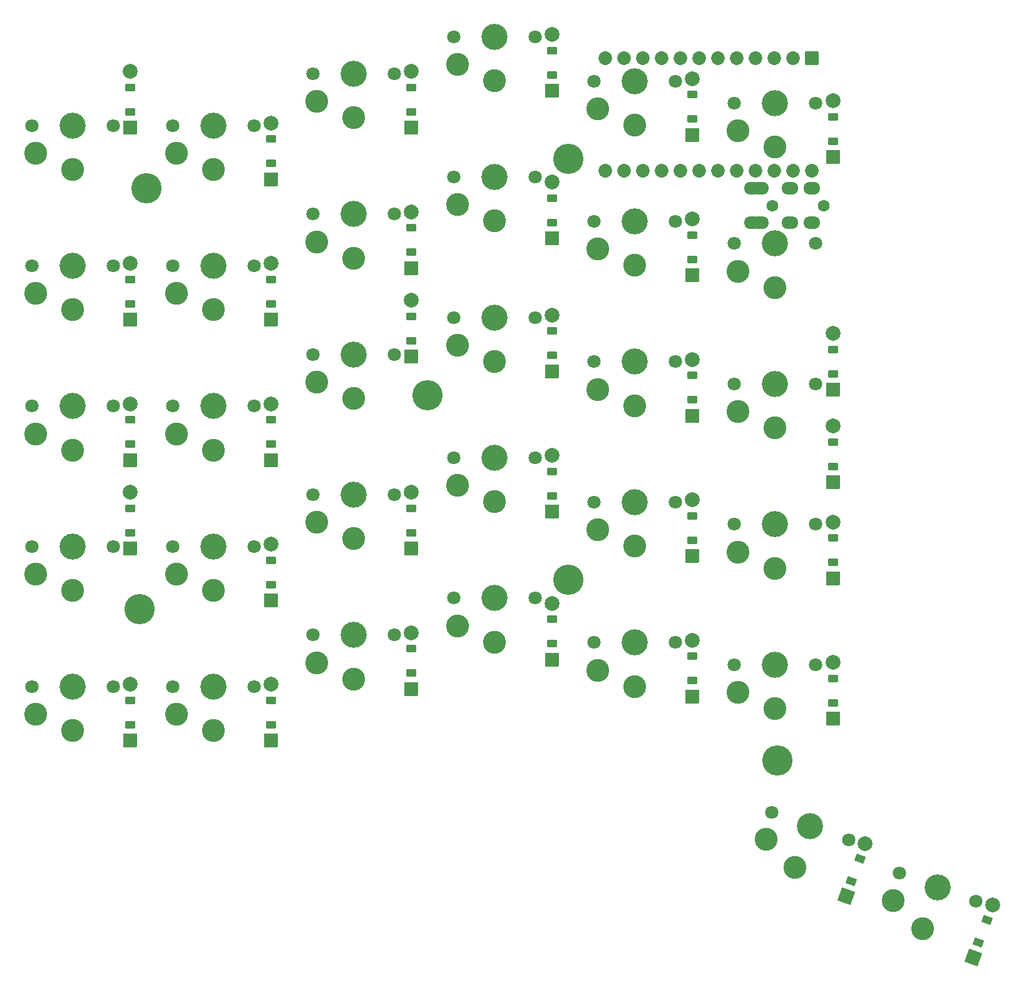
<source format=gts>
%TF.GenerationSoftware,KiCad,Pcbnew,9.0.6*%
%TF.CreationDate,2025-11-12T16:56:56+01:00*%
%TF.ProjectId,left_finished,6c656674-5f66-4696-9e69-736865642e6b,1*%
%TF.SameCoordinates,Original*%
%TF.FileFunction,Soldermask,Top*%
%TF.FilePolarity,Negative*%
%FSLAX46Y46*%
G04 Gerber Fmt 4.6, Leading zero omitted, Abs format (unit mm)*
G04 Created by KiCad (PCBNEW 9.0.6) date 2025-11-12 16:56:56*
%MOMM*%
%LPD*%
G01*
G04 APERTURE LIST*
G04 Aperture macros list*
%AMRoundRect*
0 Rectangle with rounded corners*
0 $1 Rounding radius*
0 $2 $3 $4 $5 $6 $7 $8 $9 X,Y pos of 4 corners*
0 Add a 4 corners polygon primitive as box body*
4,1,4,$2,$3,$4,$5,$6,$7,$8,$9,$2,$3,0*
0 Add four circle primitives for the rounded corners*
1,1,$1+$1,$2,$3*
1,1,$1+$1,$4,$5*
1,1,$1+$1,$6,$7*
1,1,$1+$1,$8,$9*
0 Add four rect primitives between the rounded corners*
20,1,$1+$1,$2,$3,$4,$5,0*
20,1,$1+$1,$4,$5,$6,$7,0*
20,1,$1+$1,$6,$7,$8,$9,0*
20,1,$1+$1,$8,$9,$2,$3,0*%
G04 Aperture macros list end*
%ADD10C,1.801800*%
%ADD11C,3.100000*%
%ADD12C,3.529000*%
%ADD13RoundRect,0.050000X0.889000X-0.889000X0.889000X0.889000X-0.889000X0.889000X-0.889000X-0.889000X0*%
%ADD14RoundRect,0.050000X0.600000X-0.450000X0.600000X0.450000X-0.600000X0.450000X-0.600000X-0.450000X0*%
%ADD15C,2.005000*%
%ADD16C,4.100000*%
%ADD17RoundRect,0.050000X0.531331X-1.139443X1.139443X0.531331X-0.531331X1.139443X-1.139443X-0.531331X0*%
%ADD18RoundRect,0.050000X0.409907X-0.628074X0.717725X0.217650X-0.409907X0.628074X-0.717725X-0.217650X0*%
%ADD19C,1.600000*%
%ADD20O,2.300000X1.700000*%
%ADD21RoundRect,0.050000X0.876300X0.876300X-0.876300X0.876300X-0.876300X-0.876300X0.876300X-0.876300X0*%
%ADD22C,1.852600*%
G04 APERTURE END LIST*
D10*
%TO.C,S11*%
X202112050Y-177132250D03*
D11*
X196612050Y-183082250D03*
D12*
X196612050Y-177132250D03*
D11*
X191612050Y-180882250D03*
D10*
X191112050Y-177132250D03*
%TD*%
D13*
%TO.C,D18*%
X242412050Y-147442250D03*
D14*
X242412050Y-145282250D03*
X242412050Y-141982250D03*
D15*
X242412050Y-139822250D03*
%TD*%
D10*
%TO.C,S4*%
X164112050Y-127132250D03*
D11*
X158612050Y-133082250D03*
D12*
X158612050Y-127132250D03*
D11*
X153612050Y-130882250D03*
D10*
X153112050Y-127132250D03*
%TD*%
%TO.C,S26*%
X259112050Y-181132250D03*
D11*
X253612050Y-187082250D03*
D12*
X253612050Y-181132250D03*
D11*
X248612050Y-184882250D03*
D10*
X248112050Y-181132250D03*
%TD*%
%TO.C,S6*%
X183112050Y-184132250D03*
D11*
X177612050Y-190082250D03*
D12*
X177612050Y-184132250D03*
D11*
X172612050Y-187882250D03*
D10*
X172112050Y-184132250D03*
%TD*%
%TO.C,S9*%
X183112050Y-127132250D03*
D11*
X177612050Y-133082250D03*
D12*
X177612050Y-127132250D03*
D11*
X172612050Y-130882250D03*
D10*
X172112050Y-127132250D03*
%TD*%
%TO.C,S29*%
X259112050Y-124132250D03*
D11*
X253612050Y-130082250D03*
D12*
X253612050Y-124132250D03*
D11*
X248612050Y-127882250D03*
D10*
X248112050Y-124132250D03*
%TD*%
D13*
%TO.C,D1*%
X166412050Y-191442250D03*
D14*
X166412050Y-189282250D03*
X166412050Y-185982250D03*
D15*
X166412050Y-183822250D03*
%TD*%
D10*
%TO.C,S28*%
X259112050Y-143132250D03*
D11*
X253612050Y-149082250D03*
D12*
X253612050Y-143132250D03*
D11*
X248612050Y-146882250D03*
D10*
X248112050Y-143132250D03*
%TD*%
D16*
%TO.C,*%
X225612050Y-169632250D03*
%TD*%
D13*
%TO.C,D11*%
X204412050Y-127442250D03*
D14*
X204412050Y-125282250D03*
X204412050Y-121982250D03*
D15*
X204412050Y-119822250D03*
%TD*%
D10*
%TO.C,S20*%
X221112050Y-96132250D03*
D11*
X215612050Y-102082250D03*
D12*
X215612050Y-96132250D03*
D11*
X210612050Y-99882250D03*
D10*
X210112050Y-96132250D03*
%TD*%
D16*
%TO.C,*%
X206612050Y-144632250D03*
%TD*%
D13*
%TO.C,D24*%
X261412050Y-143942250D03*
D14*
X261412050Y-141782250D03*
X261412050Y-138482250D03*
D15*
X261412050Y-136322250D03*
%TD*%
D13*
%TO.C,D16*%
X242412050Y-185442250D03*
D14*
X242412050Y-183282250D03*
X242412050Y-179982250D03*
D15*
X242412050Y-177822250D03*
%TD*%
D13*
%TO.C,D25*%
X261412050Y-156442250D03*
D14*
X261412050Y-154282250D03*
X261412050Y-150982250D03*
D15*
X261412050Y-148822250D03*
%TD*%
D13*
%TO.C,D6*%
X185412050Y-153442250D03*
D14*
X185412050Y-151282250D03*
X185412050Y-147982250D03*
D15*
X185412050Y-145822250D03*
%TD*%
D13*
%TO.C,D14*%
X223412050Y-141442250D03*
D14*
X223412050Y-139282250D03*
X223412050Y-135982250D03*
D15*
X223412050Y-133822250D03*
%TD*%
D13*
%TO.C,D13*%
X223412050Y-160442250D03*
D14*
X223412050Y-158282250D03*
X223412050Y-154982250D03*
D15*
X223412050Y-152822250D03*
%TD*%
D10*
%TO.C,S2*%
X164112050Y-165132250D03*
D11*
X158612050Y-171082250D03*
D12*
X158612050Y-165132250D03*
D11*
X153612050Y-168882250D03*
D10*
X153112050Y-165132250D03*
%TD*%
D13*
%TO.C,D3*%
X166412050Y-134442250D03*
D14*
X166412050Y-132282250D03*
X166412050Y-128982250D03*
D15*
X166412050Y-126822250D03*
%TD*%
D10*
%TO.C,S23*%
X240112050Y-140132250D03*
D11*
X234612050Y-146082250D03*
D12*
X234612050Y-140132250D03*
D11*
X229612050Y-143882250D03*
D10*
X229112050Y-140132250D03*
%TD*%
D16*
%TO.C,*%
X167612050Y-173632250D03*
%TD*%
D13*
%TO.C,D20*%
X242412050Y-109442250D03*
D14*
X242412050Y-107282250D03*
X242412050Y-103982250D03*
D15*
X242412050Y-101822250D03*
%TD*%
D10*
%TO.C,S14*%
X202112050Y-120132250D03*
D11*
X196612050Y-126082250D03*
D12*
X196612050Y-120132250D03*
D11*
X191612050Y-123882250D03*
D10*
X191112050Y-120132250D03*
%TD*%
%TO.C,S10*%
X183112050Y-108132250D03*
D11*
X177612050Y-114082250D03*
D12*
X177612050Y-108132250D03*
D11*
X172612050Y-111882250D03*
D10*
X172112050Y-108132250D03*
%TD*%
%TO.C,S12*%
X202112050Y-158132250D03*
D11*
X196612050Y-164082250D03*
D12*
X196612050Y-158132250D03*
D11*
X191612050Y-161882250D03*
D10*
X191112050Y-158132250D03*
%TD*%
%TO.C,S22*%
X240112050Y-159132250D03*
D11*
X234612050Y-165082250D03*
D12*
X234612050Y-159132250D03*
D11*
X229612050Y-162882250D03*
D10*
X229112050Y-159132250D03*
%TD*%
D13*
%TO.C,D28*%
X204412050Y-139442250D03*
D14*
X204412050Y-137282250D03*
X204412050Y-133982250D03*
D15*
X204412050Y-131822250D03*
%TD*%
D13*
%TO.C,D10*%
X204412050Y-165442250D03*
D14*
X204412050Y-163282250D03*
X204412050Y-159982250D03*
D15*
X204412050Y-157822250D03*
%TD*%
D13*
%TO.C,D8*%
X185412050Y-115442250D03*
D14*
X185412050Y-113282250D03*
X185412050Y-109982250D03*
D15*
X185412050Y-107822250D03*
%TD*%
D17*
%TO.C,D31*%
X263191485Y-212519160D03*
D18*
X263930249Y-210489424D03*
X265058915Y-207388438D03*
D15*
X265797679Y-205358702D03*
%TD*%
D13*
%TO.C,D23*%
X261412050Y-112442250D03*
D14*
X261412050Y-110282250D03*
X261412050Y-106982250D03*
D15*
X261412050Y-104822250D03*
%TD*%
D10*
%TO.C,S8*%
X183112050Y-146132250D03*
D11*
X177612050Y-152082250D03*
D12*
X177612050Y-146132250D03*
D11*
X172612050Y-149882250D03*
D10*
X172112050Y-146132250D03*
%TD*%
%TO.C,S24*%
X240112050Y-121132250D03*
D11*
X234612050Y-127082250D03*
D12*
X234612050Y-121132250D03*
D11*
X229612050Y-124882250D03*
D10*
X229112050Y-121132250D03*
%TD*%
D13*
%TO.C,D30*%
X223412050Y-123442250D03*
D14*
X223412050Y-121282250D03*
X223412050Y-117982250D03*
D15*
X223412050Y-115822250D03*
%TD*%
D10*
%TO.C,S7*%
X183112050Y-165132250D03*
D11*
X177612050Y-171082250D03*
D12*
X177612050Y-165132250D03*
D11*
X172612050Y-168882250D03*
D10*
X172112050Y-165132250D03*
%TD*%
%TO.C,S32*%
X280734681Y-213147160D03*
D11*
X273531352Y-216857220D03*
D12*
X275566372Y-211266049D03*
D11*
X269585333Y-213079796D03*
D10*
X270398063Y-209384938D03*
%TD*%
D17*
%TO.C,D32*%
X280395806Y-220802959D03*
D18*
X281134570Y-218773223D03*
X282263236Y-215672237D03*
D15*
X283002000Y-213642501D03*
%TD*%
D13*
%TO.C,D7*%
X185412050Y-134442250D03*
D14*
X185412050Y-132282250D03*
X185412050Y-128982250D03*
D15*
X185412050Y-126822250D03*
%TD*%
D16*
%TO.C,*%
X225612050Y-112632250D03*
%TD*%
D10*
%TO.C,S30*%
X259112050Y-105132250D03*
D11*
X253612050Y-111082250D03*
D12*
X253612050Y-105132250D03*
D11*
X248612050Y-108882250D03*
D10*
X248112050Y-105132250D03*
%TD*%
D13*
%TO.C,D21*%
X261412050Y-188442250D03*
D14*
X261412050Y-186282250D03*
X261412050Y-182982250D03*
D15*
X261412050Y-180822250D03*
%TD*%
D16*
%TO.C,*%
X253922000Y-194129795D03*
%TD*%
D13*
%TO.C,D27*%
X166412050Y-108442250D03*
D14*
X166412050Y-106282250D03*
X166412050Y-102982250D03*
D15*
X166412050Y-100822250D03*
%TD*%
D10*
%TO.C,S31*%
X263530359Y-204863361D03*
D11*
X256327030Y-208573421D03*
D12*
X258362050Y-202982250D03*
D11*
X252381011Y-204795997D03*
D10*
X253193741Y-201101139D03*
%TD*%
D13*
%TO.C,D17*%
X242412050Y-166442250D03*
D14*
X242412050Y-164282250D03*
X242412050Y-160982250D03*
D15*
X242412050Y-158822250D03*
%TD*%
D10*
%TO.C,S19*%
X221112050Y-115132250D03*
D11*
X215612050Y-121082250D03*
D12*
X215612050Y-115132250D03*
D11*
X210612050Y-118882250D03*
D10*
X210112050Y-115132250D03*
%TD*%
D13*
%TO.C,D22*%
X261412050Y-169442250D03*
D14*
X261412050Y-167282250D03*
X261412050Y-163982250D03*
D15*
X261412050Y-161822250D03*
%TD*%
D13*
%TO.C,D9*%
X204412050Y-184442250D03*
D14*
X204412050Y-182282250D03*
X204412050Y-178982250D03*
D15*
X204412050Y-176822250D03*
%TD*%
D10*
%TO.C,S27*%
X259112050Y-162132250D03*
D11*
X253612050Y-168082250D03*
D12*
X253612050Y-162132250D03*
D11*
X248612050Y-165882250D03*
D10*
X248112050Y-162132250D03*
%TD*%
D13*
%TO.C,D29*%
X223412050Y-180442250D03*
D14*
X223412050Y-178282250D03*
X223412050Y-174982250D03*
D15*
X223412050Y-172822250D03*
%TD*%
D10*
%TO.C,S21*%
X240112050Y-178132250D03*
D11*
X234612050Y-184082250D03*
D12*
X234612050Y-178132250D03*
D11*
X229612050Y-181882250D03*
D10*
X229112050Y-178132250D03*
%TD*%
D13*
%TO.C,D12*%
X204412050Y-108442250D03*
D14*
X204412050Y-106282250D03*
X204412050Y-102982250D03*
D15*
X204412050Y-100822250D03*
%TD*%
D13*
%TO.C,D19*%
X242412050Y-128442250D03*
D14*
X242412050Y-126282250D03*
X242412050Y-122982250D03*
D15*
X242412050Y-120822250D03*
%TD*%
D10*
%TO.C,S13*%
X202112050Y-139132250D03*
D11*
X196612050Y-145082250D03*
D12*
X196612050Y-139132250D03*
D11*
X191612050Y-142882250D03*
D10*
X191112050Y-139132250D03*
%TD*%
%TO.C,S17*%
X221112050Y-153132250D03*
D11*
X215612050Y-159082250D03*
D12*
X215612050Y-153132250D03*
D11*
X210612050Y-156882250D03*
D10*
X210112050Y-153132250D03*
%TD*%
D19*
%TO.C,TRRS1*%
X260212050Y-118982250D03*
X253212050Y-118982250D03*
D20*
X250512050Y-116682250D03*
X250512050Y-121282250D03*
X251612050Y-116682250D03*
X251612050Y-121282250D03*
X255612050Y-116682250D03*
X255612050Y-121282250D03*
X258612050Y-116682250D03*
X258612050Y-121282250D03*
%TD*%
D10*
%TO.C,S16*%
X221112050Y-172132250D03*
D11*
X215612050Y-178082250D03*
D12*
X215612050Y-172132250D03*
D11*
X210612050Y-175882250D03*
D10*
X210112050Y-172132250D03*
%TD*%
D13*
%TO.C,D5*%
X185412050Y-172442250D03*
D14*
X185412050Y-170282250D03*
X185412050Y-166982250D03*
D15*
X185412050Y-164822250D03*
%TD*%
D10*
%TO.C,S25*%
X240112050Y-102132250D03*
D11*
X234612050Y-108082250D03*
D12*
X234612050Y-102132250D03*
D11*
X229612050Y-105882250D03*
D10*
X229112050Y-102132250D03*
%TD*%
%TO.C,S3*%
X164112050Y-146132250D03*
D11*
X158612050Y-152082250D03*
D12*
X158612050Y-146132250D03*
D11*
X153612050Y-149882250D03*
D10*
X153112050Y-146132250D03*
%TD*%
%TO.C,S15*%
X202112050Y-101132250D03*
D11*
X196612050Y-107082250D03*
D12*
X196612050Y-101132250D03*
D11*
X191612050Y-104882250D03*
D10*
X191112050Y-101132250D03*
%TD*%
D13*
%TO.C,D26*%
X166412050Y-165442250D03*
D14*
X166412050Y-163282250D03*
X166412050Y-159982250D03*
D15*
X166412050Y-157822250D03*
%TD*%
D10*
%TO.C,S1*%
X164112050Y-184132250D03*
D11*
X158612050Y-190082250D03*
D12*
X158612050Y-184132250D03*
D11*
X153612050Y-187882250D03*
D10*
X153112050Y-184132250D03*
%TD*%
%TO.C,S18*%
X221112050Y-134132250D03*
D11*
X215612050Y-140082250D03*
D12*
X215612050Y-134132250D03*
D11*
X210612050Y-137882250D03*
D10*
X210112050Y-134132250D03*
%TD*%
D13*
%TO.C,D2*%
X166412050Y-153442250D03*
D14*
X166412050Y-151282250D03*
X166412050Y-147982250D03*
D15*
X166412050Y-145822250D03*
%TD*%
D10*
%TO.C,S5*%
X164112050Y-108132250D03*
D11*
X158612050Y-114082250D03*
D12*
X158612050Y-108132250D03*
D11*
X153612050Y-111882250D03*
D10*
X153112050Y-108132250D03*
%TD*%
D21*
%TO.C,MCU1*%
X258582050Y-99012250D03*
D22*
X256042050Y-99012250D03*
X253502050Y-99012250D03*
X250962050Y-99012250D03*
X248422050Y-99012250D03*
X245882050Y-99012250D03*
X243342050Y-99012250D03*
X240802050Y-99012250D03*
X238262050Y-99012250D03*
X235722050Y-99012250D03*
X233182050Y-99012250D03*
X230642050Y-99012250D03*
X258582050Y-114252250D03*
X256042050Y-114252250D03*
X253502050Y-114252250D03*
X250962050Y-114252250D03*
X248422050Y-114252250D03*
X245882050Y-114252250D03*
X243342050Y-114252250D03*
X240802050Y-114252250D03*
X238262050Y-114252250D03*
X235722050Y-114252250D03*
X233182050Y-114252250D03*
X230642050Y-114252250D03*
%TD*%
D13*
%TO.C,D15*%
X223412050Y-103442250D03*
D14*
X223412050Y-101282250D03*
X223412050Y-97982250D03*
D15*
X223412050Y-95822250D03*
%TD*%
D13*
%TO.C,D4*%
X185412050Y-191442250D03*
D14*
X185412050Y-189282250D03*
X185412050Y-185982250D03*
D15*
X185412050Y-183822250D03*
%TD*%
D16*
%TO.C,*%
X168612050Y-116632250D03*
%TD*%
M02*

</source>
